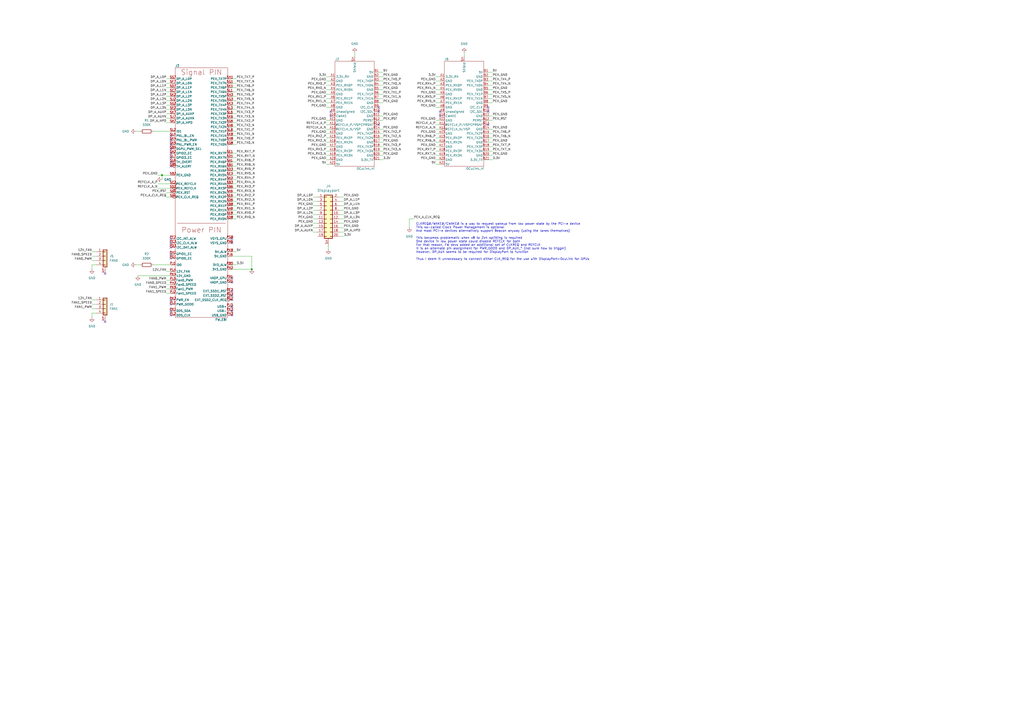
<source format=kicad_sch>
(kicad_sch (version 20230121) (generator eeschema)
  (paper "A2")
  (lib_symbols
    (symbol "Connector_Generic_Shielded:Conn_02x10_Odd_Even_Shielded" (pin_names (offset 1.016) hide)
      (property "Reference" "J" (at 1.524 12.446 0))
      (property "Value" "Conn_02x10_Odd_Even_Shielded" (at 2.286 -14.986 0))
      (symbol "Conn_02x10_Odd_Even_Shielded_1_1"
        (rectangle (start -1.27 11.43) (end 3.81 -13.97) (stroke (width 0.1524)))
        (rectangle (start -1.016 -12.573) (end 0.254 -12.827) (stroke (width 0.1524)))
        (rectangle (start -1.016 -10.033) (end 0.254 -10.287) (stroke (width 0.1524)))
        (rectangle (start -1.016 -7.493) (end 0.254 -7.747) (stroke (width 0.1524)))
        (rectangle (start -1.016 -4.953) (end 0.254 -5.207) (stroke (width 0.1524)))
        (rectangle (start -1.016 -2.413) (end 0.254 -2.667) (stroke (width 0.1524)))
        (rectangle (start -1.016 0.127) (end 0.254 -0.127) (stroke (width 0.1524)))
        (rectangle (start -1.016 2.667) (end 0.254 2.413) (stroke (width 0.1524)))
        (rectangle (start -1.016 5.207) (end 0.254 4.953) (stroke (width 0.1524)))
        (rectangle (start -1.016 7.747) (end 0.254 7.493) (stroke (width 0.1524)))
        (rectangle (start -1.016 10.287) (end 0.254 10.033) (stroke (width 0.1524)))
        (rectangle (start -1.016 11.176) (end 3.556 -13.716) (stroke (width 0.254)) (fill (type background)))
        (rectangle (start 3.556 -12.573) (end 2.286 -12.827) (stroke (width 0.1524)))
        (rectangle (start 3.556 -10.033) (end 2.286 -10.287) (stroke (width 0.1524)))
        (rectangle (start 3.556 -7.493) (end 2.286 -7.747) (stroke (width 0.1524)))
        (rectangle (start 3.556 -4.953) (end 2.286 -5.207) (stroke (width 0.1524)))
        (rectangle (start 3.556 -2.413) (end 2.286 -2.667) (stroke (width 0.1524)))
        (rectangle (start 3.556 0.127) (end 2.286 -0.127) (stroke (width 0.1524)))
        (rectangle (start 3.556 2.667) (end 2.286 2.413) (stroke (width 0.1524)))
        (rectangle (start 3.556 5.207) (end 2.286 4.953) (stroke (width 0.1524)))
        (rectangle (start 3.556 7.747) (end 2.286 7.493) (stroke (width 0.1524)))
        (rectangle (start 3.556 10.287) (end 2.286 10.033) (stroke (width 0.1524)))
        (pin passive line (at -5.08 10.16 0) (length 4.064) (name "Pin_1") (number "1"))
        (pin passive line (at 7.62 0 180) (length 4.064) (name "Pin_10") (number "10"))
        (pin passive line (at -5.08 -2.54 0) (length 4.064) (name "Pin_11") (number "11"))
        (pin passive line (at 7.62 -2.54 180) (length 4.064) (name "Pin_12") (number "12"))
        (pin passive line (at -5.08 -5.08 0) (length 4.064) (name "Pin_13") (number "13"))
        (pin passive line (at 7.62 -5.08 180) (length 4.064) (name "Pin_14") (number "14"))
        (pin passive line (at -5.08 -7.62 0) (length 4.064) (name "Pin_15") (number "15"))
        (pin passive line (at 7.62 -7.62 180) (length 4.064) (name "Pin_16") (number "16"))
        (pin passive line (at -5.08 -10.16 0) (length 4.064) (name "Pin_17") (number "17"))
        (pin passive line (at 7.62 -10.16 180) (length 4.064) (name "Pin_18") (number "18"))
        (pin passive line (at -5.08 -12.7 0) (length 4.064) (name "Pin_19") (number "19"))
        (pin passive line (at 7.62 10.16 180) (length 4.064) (name "Pin_2") (number "2"))
        (pin passive line (at 7.62 -12.7 180) (length 4.064) (name "Pin_20") (number "20"))
        (pin passive line (at -5.08 7.62 0) (length 4.064) (name "Pin_3") (number "3"))
        (pin passive line (at 7.62 7.62 180) (length 4.064) (name "Pin_4") (number "4"))
        (pin passive line (at -5.08 5.08 0) (length 4.064) (name "Pin_5") (number "5"))
        (pin passive line (at 7.62 5.08 180) (length 4.064) (name "Pin_6") (number "6"))
        (pin passive line (at -5.08 2.54 0) (length 4.064) (name "Pin_7") (number "7"))
        (pin passive line (at 7.62 2.54 180) (length 4.064) (name "Pin_8") (number "8"))
        (pin passive line (at -5.08 0 0) (length 4.064) (name "Pin_9") (number "9"))
        (pin passive line (at 1.27 -17.78 90) (length 3.81) (name "Shield") (number "SH"))
      )
    )
    (symbol "Device:R" (pin_numbers hide) (pin_names (offset 0))
      (property "Reference" "R" (at 2.032 0 90))
      (property "Value" "R" (at 0 0 90))
      (symbol "R_0_1"
        (rectangle (start -1.016 -2.54) (end 1.016 2.54) (stroke (width 0.254)))
      )
      (symbol "R_1_1"
        (pin passive line (at 0 3.81 270) (length 1.27) (name "~") (number "1"))
        (pin passive line (at 0 -3.81 90) (length 1.27) (name "~") (number "2"))
      )
    )
    (symbol "Expansion_Bay:FW_EBI"
      (property "Reference" "J" (at -15.24 92.71 0))
      (property "Value" "FW_EBI" (at 15.24 -57.15 0))
      (symbol "FW_EBI_0_0"
        (pin power_out line (at 17.78 -24.13 180) (length 2.54) (name "3V3_ALW") (number "PB5"))
        (pin unspecified line (at -17.78 -20.32 0) (length 2.54) (name "GPIO0_EC") (number "PG1"))
        (pin power_out line (at 17.78 -8.89 180) (length 2.54) (name "VSYS_GPU") (number "PG8"))
        (pin unspecified line (at -17.78 -17.78 0) (length 2.54) (name "GPIO1_EC") (number "PH1"))
        (pin output line (at -17.78 -35.56 0) (length 2.54) (name "Fan0_SPEED") (number "PH2"))
        (pin output line (at -17.78 -24.13 0) (length 2.54) (name "ID0") (number "PJ1"))
        (pin output line (at -17.78 -40.64 0) (length 2.54) (name "Fan1_SPEED") (number "PJ2"))
        (pin bidirectional line (at 17.78 -48.26 180) (length 2.54) (name "USB+") (number "PJ3"))
        (pin input line (at -17.78 -50.8 0) (length 2.54) (name "DDS_SDA") (number "PK1"))
        (pin bidirectional line (at 17.78 -50.8 180) (length 2.54) (name "USB-") (number "PK3"))
        (pin input line (at -17.78 -38.1 0) (length 2.54) (name "Fan1_PWM") (number "PK5"))
        (pin power_out line (at 17.78 -16.51 180) (length 2.54) (name "5V_ALW") (number "PK8"))
        (pin bidirectional line (at -17.78 -53.34 0) (length 2.54) (name "DDS_CLK") (number "PL2"))
        (pin power_out line (at -17.78 -27.94 0) (length 2.54) (name "12V_FAN") (number "PL4"))
        (pin input line (at -17.78 -33.02 0) (length 2.54) (name "Fan0_PWM") (number "PL5"))
        (pin output line (at 17.78 35.56 180) (length 2.54) (name "PEX_RX6P") (number "SA1"))
        (pin unspecified line (at -17.78 40.64 0) (length 2.54) (name "GPIO2_EC") (number "SA2"))
        (pin output line (at 17.78 25.4 180) (length 2.54) (name "PEX_RX4P") (number "SA3"))
        (pin output line (at 17.78 17.78 180) (length 2.54) (name "PEX_RX3N") (number "SA6"))
        (pin unspecified line (at -17.78 58.42 0) (length 2.54) (name "DP_A_HPD") (number "SA7"))
        (pin output line (at 17.78 7.62 180) (length 2.54) (name "PEX_RX1N") (number "SA8"))
        (pin output line (at 17.78 33.02 180) (length 2.54) (name "PEX_RX6N") (number "SB1"))
        (pin output line (at 17.78 22.86 180) (length 2.54) (name "PEX_RX4N") (number "SB3"))
        (pin unspecified line (at -17.78 43.18 0) (length 2.54) (name "DGPU_PWM_SEL") (number "SB4"))
        (pin output line (at 17.78 20.32 180) (length 2.54) (name "PEX_RX3P") (number "SB6"))
        (pin output line (at 17.78 10.16 180) (length 2.54) (name "PEX_RX1P") (number "SB8"))
        (pin output clock (at -17.78 22.86 0) (length 2.54) (name "PEX_REFCLK") (number "SC2"))
        (pin unspecified line (at -17.78 76.2 0) (length 2.54) (name "DP_A_L1N") (number "SC7"))
        (pin output line (at 17.78 38.1 180) (length 2.54) (name "PEX_RX7N") (number "SD1"))
        (pin output line (at 17.78 30.48 180) (length 2.54) (name "PEX_RX5P") (number "SD3"))
        (pin output line (at 17.78 12.7 180) (length 2.54) (name "PEX_RX2N") (number "SD6"))
        (pin unspecified line (at -17.78 78.74 0) (length 2.54) (name "DP_A_L1P") (number "SD7"))
        (pin output line (at 17.78 2.54 180) (length 2.54) (name "PEX_RX0N") (number "SD8"))
        (pin output line (at 17.78 40.64 180) (length 2.54) (name "PEX_RX7P") (number "SE1"))
        (pin output line (at 17.78 27.94 180) (length 2.54) (name "PEX_RX5N") (number "SE3"))
        (pin output line (at 17.78 15.24 180) (length 2.54) (name "PEX_RX2P") (number "SE6"))
        (pin output line (at 17.78 5.08 180) (length 2.54) (name "PEX_RX0P") (number "SE8"))
        (pin unspecified line (at -17.78 66.04 0) (length 2.54) (name "DP_A_L3N") (number "SF2"))
        (pin unspecified line (at -17.78 81.28 0) (length 2.54) (name "DP_A_L0N") (number "SF7"))
        (pin input line (at 17.78 81.28 180) (length 2.54) (name "PEX_TX7N") (number "SG1"))
        (pin unspecified line (at -17.78 68.58 0) (length 2.54) (name "DP_A_L3P") (number "SG2"))
        (pin input line (at 17.78 71.12 180) (length 2.54) (name "PEX_TX5N") (number "SG3"))
        (pin input line (at 17.78 58.42 180) (length 2.54) (name "PEX_TX2P") (number "SG6"))
        (pin unspecified line (at -17.78 83.82 0) (length 2.54) (name "DP_A_L0P") (number "SG7"))
        (pin input line (at 17.78 45.72 180) (length 2.54) (name "PEX_TX0N") (number "SG8"))
        (pin input line (at 17.78 83.82 180) (length 2.54) (name "PEX_TX7P") (number "SH1"))
        (pin input line (at 17.78 73.66 180) (length 2.54) (name "PEX_TX5P") (number "SH3"))
        (pin input line (at 17.78 55.88 180) (length 2.54) (name "PEX_TX2N") (number "SH6"))
        (pin input line (at 17.78 48.26 180) (length 2.54) (name "PEX_TX0P") (number "SH8"))
        (pin unspecified line (at -17.78 71.12 0) (length 2.54) (name "DP_A_L2N") (number "SJ2"))
        (pin unspecified line (at -17.78 60.96 0) (length 2.54) (name "DP_A_AUXN") (number "SJ7"))
        (pin input line (at 17.78 78.74 180) (length 2.54) (name "PEX_TX6P") (number "SK1"))
        (pin unspecified line (at -17.78 73.66 0) (length 2.54) (name "DP_A_L2P") (number "SK2"))
        (pin input line (at 17.78 68.58 180) (length 2.54) (name "PEX_TX4P") (number "SK3"))
        (pin unspecified line (at -17.78 48.26 0) (length 2.54) (name "PNL_BL_PWM") (number "SK4"))
        (pin unspecified line (at -17.78 45.72 0) (length 2.54) (name "PNL_PWR_EN") (number "SK5"))
        (pin input line (at 17.78 60.96 180) (length 2.54) (name "PEX_TX3N") (number "SK6"))
        (pin unspecified line (at -17.78 63.5 0) (length 2.54) (name "DP_A_AUXP") (number "SK7"))
        (pin input line (at 17.78 50.8 180) (length 2.54) (name "PEX_TX1N") (number "SK8"))
        (pin input line (at 17.78 76.2 180) (length 2.54) (name "PEX_TX6N") (number "SL1"))
        (pin unspecified line (at -17.78 53.34 0) (length 2.54) (name "ID1") (number "SL2"))
        (pin input line (at 17.78 66.04 180) (length 2.54) (name "PEX_TX4N") (number "SL3"))
        (pin unspecified line (at -17.78 50.8 0) (length 2.54) (name "PNL_BL_EN") (number "SL4"))
        (pin input line (at 17.78 63.5 180) (length 2.54) (name "PEX_TX3P") (number "SL6"))
        (pin unspecified line (at -17.78 38.1 0) (length 2.54) (name "GPIO3_EC") (number "SL7"))
        (pin input line (at 17.78 53.34 180) (length 2.54) (name "PEX_TX1P") (number "SL8"))
      )
      (symbol "FW_EBI_1_0"
        (pin unspecified line (at 17.78 -31.75 180) (length 2.54) (name "VADP_GPU") (number "PA1"))
        (pin unspecified line (at 17.78 -31.75 180) (length 2.54) hide (name "VADP_GPU") (number "PA2"))
        (pin power_out line (at 17.78 -26.67 180) (length 2.54) (name "3V3_GND") (number "PA3"))
        (pin power_out line (at 17.78 -24.13 180) (length 2.54) hide (name "3V3_ALW") (number "PA4"))
        (pin power_out line (at 17.78 -24.13 180) (length 2.54) hide (name "3V3_ALW") (number "PA5"))
        (pin power_out line (at 17.78 -11.43 180) (length 2.54) (name "VSYS_GND") (number "PA6"))
        (pin power_out line (at 17.78 -8.89 180) (length 2.54) hide (name "VSYS_GPU") (number "PA7"))
        (pin power_out line (at 17.78 -8.89 180) (length 2.54) hide (name "VSYS_GPU") (number "PA8"))
        (pin unspecified line (at 17.78 -31.75 180) (length 2.54) hide (name "VADP_GPU") (number "PB1"))
        (pin unspecified line (at 17.78 -31.75 180) (length 2.54) hide (name "VADP_GPU") (number "PB2"))
        (pin power_out line (at 17.78 -26.67 180) (length 2.54) hide (name "3V3_GND") (number "PB3"))
        (pin power_out line (at 17.78 -24.13 180) (length 2.54) hide (name "3V3_ALW") (number "PB4"))
        (pin power_out line (at 17.78 -11.43 180) (length 2.54) hide (name "VSYS_GND") (number "PB6"))
        (pin power_out line (at 17.78 -8.89 180) (length 2.54) hide (name "VSYS_GPU") (number "PB7"))
        (pin power_out line (at 17.78 -8.89 180) (length 2.54) hide (name "VSYS_GPU") (number "PB8"))
        (pin unspecified line (at 17.78 -31.75 180) (length 2.54) hide (name "VADP_GPU") (number "PC1"))
        (pin unspecified line (at 17.78 -31.75 180) (length 2.54) hide (name "VADP_GPU") (number "PC2"))
        (pin unspecified line (at -17.78 -11.43 0) (length 2.54) (name "I2C_CLK_ALW") (number "PC3"))
        (pin power_out line (at 17.78 -11.43 180) (length 2.54) hide (name "VSYS_GND") (number "PC6"))
        (pin power_out line (at 17.78 -8.89 180) (length 2.54) hide (name "VSYS_GPU") (number "PC7"))
        (pin power_out line (at 17.78 -8.89 180) (length 2.54) hide (name "VSYS_GPU") (number "PC8"))
        (pin unspecified line (at 17.78 -34.29 180) (length 2.54) (name "VADP_GND") (number "PD1"))
        (pin unspecified line (at 17.78 -34.29 180) (length 2.54) hide (name "VADP_GND") (number "PD2"))
        (pin unspecified line (at -17.78 -13.97 0) (length 2.54) (name "I2C_DAT_ALW") (number "PD3"))
        (pin power_out line (at 17.78 -11.43 180) (length 2.54) hide (name "VSYS_GND") (number "PD6"))
        (pin power_out line (at 17.78 -8.89 180) (length 2.54) hide (name "VSYS_GPU") (number "PD7"))
        (pin power_out line (at 17.78 -8.89 180) (length 2.54) hide (name "VSYS_GPU") (number "PD8"))
        (pin unspecified line (at 17.78 -34.29 180) (length 2.54) hide (name "VADP_GND") (number "PE1"))
        (pin unspecified line (at 17.78 -34.29 180) (length 2.54) hide (name "VADP_GND") (number "PE2"))
        (pin power_out line (at 17.78 -26.67 180) (length 2.54) hide (name "3V3_GND") (number "PE3"))
        (pin power_out line (at 17.78 -11.43 180) (length 2.54) hide (name "VSYS_GND") (number "PE6"))
        (pin power_out line (at 17.78 -8.89 180) (length 2.54) hide (name "VSYS_GPU") (number "PE7"))
        (pin power_out line (at 17.78 -8.89 180) (length 2.54) hide (name "VSYS_GPU") (number "PE8"))
        (pin unspecified line (at 17.78 -34.29 180) (length 2.54) hide (name "VADP_GND") (number "PF1"))
        (pin unspecified line (at -17.78 -8.89 0) (length 2.54) (name "I2C_INT_ALW") (number "PF2"))
        (pin bidirectional inverted (at 17.78 -39.37 180) (length 2.54) (name "EXT_SSD1_RST") (number "PF3"))
        (pin power_out line (at 17.78 -11.43 180) (length 2.54) hide (name "VSYS_GND") (number "PF6"))
        (pin power_out line (at 17.78 -8.89 180) (length 2.54) hide (name "VSYS_GPU") (number "PF7"))
        (pin power_out line (at 17.78 -8.89 180) (length 2.54) hide (name "VSYS_GPU") (number "PF8"))
        (pin bidirectional inverted (at 17.78 -44.45 180) (length 2.54) (name "EXT_SSD2_CLK_REQ") (number "PG2"))
        (pin bidirectional inverted (at 17.78 -41.91 180) (length 2.54) (name "EXT_SSD2_RST") (number "PG3"))
        (pin power_out line (at 17.78 -11.43 180) (length 2.54) hide (name "VSYS_GND") (number "PG6"))
        (pin power_out line (at 17.78 -8.89 180) (length 2.54) hide (name "VSYS_GPU") (number "PG7"))
        (pin power_out line (at 17.78 -53.34 180) (length 2.54) (name "USB_GND") (number "PH3"))
        (pin power_out line (at 17.78 -11.43 180) (length 2.54) hide (name "VSYS_GND") (number "PH6"))
        (pin power_out line (at 17.78 -11.43 180) (length 2.54) hide (name "VSYS_GND") (number "PH7"))
        (pin power_out line (at 17.78 -11.43 180) (length 2.54) hide (name "VSYS_GND") (number "PH8"))
        (pin power_out line (at 17.78 -19.05 180) (length 2.54) (name "5V_GND") (number "PJ6"))
        (pin power_out line (at 17.78 -11.43 180) (length 2.54) hide (name "VSYS_GND") (number "PJ7"))
        (pin power_out line (at 17.78 -11.43 180) (length 2.54) hide (name "VSYS_GND") (number "PJ8"))
        (pin output line (at -17.78 -44.45 0) (length 2.54) (name "PWR_EN") (number "PK2"))
        (pin power_out line (at -17.78 -30.48 0) (length 2.54) (name "12V_GND") (number "PK4"))
        (pin power_out line (at 17.78 -19.05 180) (length 2.54) hide (name "5V_GND") (number "PK6"))
        (pin power_out line (at 17.78 -16.51 180) (length 2.54) hide (name "5V_ALW") (number "PK7"))
        (pin output line (at -17.78 -46.99 0) (length 2.54) (name "PWR_GOOD") (number "PL1"))
        (pin power_out line (at 17.78 -53.34 180) (length 2.54) hide (name "USB_GND") (number "PL3"))
        (pin power_out line (at 17.78 -19.05 180) (length 2.54) hide (name "5V_GND") (number "PL6"))
        (pin power_out line (at 17.78 -16.51 180) (length 2.54) hide (name "5V_ALW") (number "PL7"))
        (pin power_out line (at 17.78 -16.51 180) (length 2.54) hide (name "5V_ALW") (number "PL8"))
        (pin output inverted_clock (at -17.78 15.24 0) (length 2.54) (name "PEX_CLK_REQ") (number "SA4"))
        (pin input inverted (at -17.78 17.78 0) (length 2.54) (name "PEX_RST") (number "SA5"))
        (pin bidirectional line (at -17.78 27.94 0) (length 2.54) (name "PEX_GND") (number "SB2"))
        (pin unspecified inverted (at -17.78 33.02 0) (length 2.54) (name "TH_ALERT") (number "SB5"))
        (pin bidirectional line (at -17.78 27.94 0) (length 2.54) hide (name "PEX_GND") (number "SB7"))
        (pin bidirectional line (at -17.78 27.94 0) (length 2.54) hide (name "PEX_GND") (number "SC1"))
        (pin bidirectional line (at -17.78 27.94 0) (length 2.54) hide (name "PEX_GND") (number "SC3"))
        (pin bidirectional line (at -17.78 27.94 0) (length 2.54) hide (name "PEX_GND") (number "SC6"))
        (pin bidirectional line (at -17.78 27.94 0) (length 2.54) hide (name "PEX_GND") (number "SC8"))
        (pin output inverted_clock (at -17.78 20.32 0) (length 2.54) (name "PEX_REFCLK") (number "SD2"))
        (pin bidirectional line (at -17.78 27.94 0) (length 2.54) hide (name "PEX_GND") (number "SE2"))
        (pin bidirectional line (at -17.78 27.94 0) (length 2.54) hide (name "PEX_GND") (number "SE7"))
        (pin bidirectional line (at -17.78 27.94 0) (length 2.54) hide (name "PEX_GND") (number "SF1"))
        (pin bidirectional line (at -17.78 27.94 0) (length 2.54) hide (name "PEX_GND") (number "SF3"))
        (pin bidirectional line (at -17.78 27.94 0) (length 2.54) hide (name "PEX_GND") (number "SF6"))
        (pin bidirectional line (at -17.78 27.94 0) (length 2.54) hide (name "PEX_GND") (number "SF8"))
        (pin bidirectional line (at -17.78 27.94 0) (length 2.54) hide (name "PEX_GND") (number "SH2"))
        (pin bidirectional line (at -17.78 27.94 0) (length 2.54) hide (name "PEX_GND") (number "SH7"))
        (pin bidirectional line (at -17.78 27.94 0) (length 2.54) hide (name "PEX_GND") (number "SJ1"))
        (pin bidirectional line (at -17.78 27.94 0) (length 2.54) hide (name "PEX_GND") (number "SJ3"))
        (pin bidirectional line (at -17.78 27.94 0) (length 2.54) hide (name "PEX_GND") (number "SJ6"))
        (pin bidirectional line (at -17.78 27.94 0) (length 2.54) hide (name "PEX_GND") (number "SJ8"))
        (pin unspecified inverted (at -17.78 35.56 0) (length 2.54) (name "TH_OVERT") (number "SL5"))
      )
      (symbol "FW_EBI_1_1"
        (rectangle (start -15.24 90.17) (end 15.24 -54.61))
        (polyline (pts (xy -13.97 0) (xy 13.97 0)))
        (text "Power PIN" (at 0 -3.81 0) (effects (font (size 3 3))))
        (text "Signal PIN" (at 0 87.63 0) (effects (font (size 3 3))))
      )
    )
    (symbol "Expansion_Bay:JST_SH_01x04" (pin_names (offset 1.016) hide)
      (property "Reference" "J" (at 0.254 4.826 0))
      (property "Value" "JST_SH_01x04" (at 1.016 -7.366 0))
      (symbol "JST_SH_01x04_1_1"
        (rectangle (start -1.27 3.81) (end 1.27 -6.35) (stroke (width 0.1524)))
        (rectangle (start -1.016 -4.953) (end 0.254 -5.207) (stroke (width 0.1524)))
        (rectangle (start -1.016 -2.413) (end 0.254 -2.667) (stroke (width 0.1524)))
        (rectangle (start -1.016 0.127) (end 0.254 -0.127) (stroke (width 0.1524)))
        (rectangle (start -1.016 2.667) (end 0.254 2.413) (stroke (width 0.1524)))
        (rectangle (start -1.016 3.556) (end 1.016 -6.096) (stroke (width 0.254)) (fill (type background)))
        (pin passive line (at -5.08 2.54 0) (length 4.064) (name "Pin_1") (number "1"))
        (pin passive line (at -5.08 0 0) (length 4.064) (name "Pin_2") (number "2"))
        (pin passive line (at -5.08 -2.54 0) (length 4.064) (name "Pin_3") (number "3"))
        (pin passive line (at -5.08 -5.08 0) (length 4.064) (name "Pin_4") (number "4"))
        (pin passive line (at 0 -10.16 90) (length 3.81) (name "Shield") (number "MP"))
      )
    )
    (symbol "Expansion_Bay:OCuLink_4i"
      (property "Reference" "J" (at -11.43 33.02 0))
      (property "Value" "OCuLink_4i" (at 11.43 -33.02 0))
      (symbol "OCuLink_4i_0_1"
        (rectangle (start -11.43 30.48) (end 11.43 -30.48))
        (rectangle (start -6.35 11.43) (end -6.35 11.43))
        (rectangle (start 13.97 13.97) (end 13.97 13.97))
      )
      (symbol "OCuLink_4i_1_0"
        (pin unspecified line (at 0 33.02 270) (length 2.54) (name "Shield") (number "SH"))
      )
      (symbol "OCuLink_4i_1_1"
        (pin power_in line (at -13.97 21.59 0) (length 2.54) (name "3.3V_RX") (number "A1"))
        (pin unspecified inverted (at -13.97 -1.27 0) (length 2.54) (name "CWAKE") (number "A10"))
        (pin unspecified line (at -13.97 -3.81 0) (length 2.54) (name "GND") (number "A11"))
        (pin unspecified clock (at -13.97 -6.35 0) (length 2.54) (name "REFCLK_P/VSP") (number "A12"))
        (pin unspecified inverted_clock (at -13.97 -8.89 0) (length 2.54) (name "REFCLK_N/VSP") (number "A13"))
        (pin unspecified line (at -13.97 -11.43 0) (length 2.54) (name "GND") (number "A14"))
        (pin bidirectional line (at -13.97 -13.97 0) (length 2.54) (name "PEX_RX2P") (number "A15"))
        (pin bidirectional line (at -13.97 -16.51 0) (length 2.54) (name "PEX_RX2N") (number "A16"))
        (pin unspecified line (at -13.97 -19.05 0) (length 2.54) (name "GND") (number "A17"))
        (pin bidirectional line (at -13.97 -21.59 0) (length 2.54) (name "PEX_RX3P") (number "A18"))
        (pin bidirectional line (at -13.97 -24.13 0) (length 2.54) (name "PEX_RX3N") (number "A19"))
        (pin unspecified line (at -13.97 19.05 0) (length 2.54) (name "GND") (number "A2"))
        (pin unspecified line (at -13.97 -26.67 0) (length 2.54) (name "GND") (number "A20"))
        (pin power_in line (at -13.97 -29.21 0) (length 2.54) (name "5V") (number "A21"))
        (pin bidirectional line (at -13.97 16.51 0) (length 2.54) (name "PEX_RX0P") (number "A3"))
        (pin bidirectional line (at -13.97 13.97 0) (length 2.54) (name "PEX_RX0N") (number "A4"))
        (pin unspecified line (at -13.97 11.43 0) (length 2.54) (name "GND") (number "A5"))
        (pin bidirectional line (at -13.97 8.89 0) (length 2.54) (name "PEX_RX1P") (number "A6"))
        (pin bidirectional line (at -13.97 6.35 0) (length 2.54) (name "PEX_RX1N") (number "A7"))
        (pin unspecified line (at -13.97 3.81 0) (length 2.54) (name "GND") (number "A8"))
        (pin unspecified line (at -13.97 1.27 0) (length 2.54) (name "Unassigned") (number "A9"))
        (pin power_in line (at 13.97 24.13 180) (length 2.54) (name "5V") (number "B1"))
        (pin bidirectional line (at 13.97 1.27 180) (length 2.54) (name "I2C_SDL") (number "B10"))
        (pin unspecified line (at 13.97 -1.27 180) (length 2.54) (name "GND") (number "B11"))
        (pin bidirectional inverted (at 13.97 -3.81 180) (length 2.54) (name "PERST") (number "B12"))
        (pin bidirectional inverted (at 13.97 -6.35 180) (length 2.54) (name "CPRSNT") (number "B13"))
        (pin unspecified line (at 13.97 -8.89 180) (length 2.54) (name "GND") (number "B14"))
        (pin bidirectional line (at 13.97 -11.43 180) (length 2.54) (name "PEX_TX2P") (number "B15"))
        (pin bidirectional line (at 13.97 -13.97 180) (length 2.54) (name "PEX_TX2N") (number "B16"))
        (pin unspecified line (at 13.97 -16.51 180) (length 2.54) (name "GND") (number "B17"))
        (pin bidirectional line (at 13.97 -19.05 180) (length 2.54) (name "PEX_TX3P") (number "B18"))
        (pin bidirectional line (at 13.97 -21.59 180) (length 2.54) (name "PEX_TX3N") (number "B19"))
        (pin unspecified line (at 13.97 21.59 180) (length 2.54) (name "GND") (number "B2"))
        (pin unspecified line (at 13.97 -24.13 180) (length 2.54) (name "GND") (number "B20"))
        (pin power_in line (at 13.97 -26.67 180) (length 2.54) (name "3.3V_TX") (number "B21"))
        (pin bidirectional line (at 13.97 19.05 180) (length 2.54) (name "PEX_TX0P") (number "B3"))
        (pin bidirectional line (at 13.97 16.51 180) (length 2.54) (name "PEX_TX0N") (number "B4"))
        (pin unspecified line (at 13.97 13.97 180) (length 2.54) (name "GND") (number "B5"))
        (pin bidirectional line (at 13.97 11.43 180) (length 2.54) (name "PEX_TX1P") (number "B6"))
        (pin bidirectional line (at 13.97 8.89 180) (length 2.54) (name "PEX_TX1N") (number "B7"))
        (pin unspecified line (at 13.97 6.35 180) (length 2.54) (name "GND") (number "B8"))
        (pin bidirectional line (at 13.97 3.81 180) (length 2.54) (name "I2C_CLK") (number "B9"))
      )
    )
    (symbol "OCuLink_4i_1"
      (property "Reference" "J" (at -11.43 33.02 0))
      (property "Value" "OCuLink_4i" (at 11.43 -33.02 0))
      (symbol "OCuLink_4i_1_0_1"
        (rectangle (start -11.43 30.48) (end 11.43 -30.48))
        (rectangle (start -6.35 11.43) (end -6.35 11.43))
        (rectangle (start 13.97 13.97) (end 13.97 13.97))
      )
      (symbol "OCuLink_4i_1_1_0"
        (pin unspecified line (at 0 33.02 270) (length 2.54) (name "Shield") (number "SH"))
      )
      (symbol "OCuLink_4i_1_1_1"
        (pin power_in line (at -13.97 21.59 0) (length 2.54) (name "3.3V_RX") (number "A1"))
        (pin unspecified inverted (at -13.97 -1.27 0) (length 2.54) (name "CWAKE") (number "A10"))
        (pin unspecified line (at -13.97 -3.81 0) (length 2.54) (name "GND") (number "A11"))
        (pin unspecified clock (at -13.97 -6.35 0) (length 2.54) (name "REFCLK_P/VSP") (number "A12"))
        (pin unspecified inverted_clock (at -13.97 -8.89 0) (length 2.54) (name "REFCLK_N/VSP") (number "A13"))
        (pin unspecified line (at -13.97 -11.43 0) (length 2.54) (name "GND") (number "A14"))
        (pin bidirectional line (at -13.97 -13.97 0) (length 2.54) (name "PEX_RX2P") (number "A15"))
        (pin bidirectional line (at -13.97 -16.51 0) (length 2.54) (name "PEX_RX2N") (number "A16"))
        (pin unspecified line (at -13.97 -19.05 0) (length 2.54) (name "GND") (number "A17"))
        (pin bidirectional line (at -13.97 -21.59 0) (length 2.54) (name "PEX_RX3P") (number "A18"))
        (pin bidirectional line (at -13.97 -24.13 0) (length 2.54) (name "PEX_RX3N") (number "A19"))
        (pin unspecified line (at -13.97 19.05 0) (length 2.54) (name "GND") (number "A2"))
        (pin unspecified line (at -13.97 -26.67 0) (length 2.54) (name "GND") (number "A20"))
        (pin power_in line (at -13.97 -29.21 0) (length 2.54) (name "5V") (number "A21"))
        (pin bidirectional line (at -13.97 16.51 0) (length 2.54) (name "PEX_RX0P") (number "A3"))
        (pin bidirectional line (at -13.97 13.97 0) (length 2.54) (name "PEX_RX0N") (number "A4"))
        (pin unspecified line (at -13.97 11.43 0) (length 2.54) (name "GND") (number "A5"))
        (pin bidirectional line (at -13.97 8.89 0) (length 2.54) (name "PEX_RX1P") (number "A6"))
        (pin bidirectional line (at -13.97 6.35 0) (length 2.54) (name "PEX_RX1N") (number "A7"))
        (pin unspecified line (at -13.97 3.81 0) (length 2.54) (name "GND") (number "A8"))
        (pin unspecified line (at -13.97 1.27 0) (length 2.54) (name "Unassigned") (number "A9"))
        (pin power_in line (at 13.97 24.13 180) (length 2.54) (name "5V") (number "B1"))
        (pin bidirectional line (at 13.97 1.27 180) (length 2.54) (name "I2C_SDL") (number "B10"))
        (pin unspecified line (at 13.97 -1.27 180) (length 2.54) (name "GND") (number "B11"))
        (pin bidirectional inverted (at 13.97 -3.81 180) (length 2.54) (name "PERST") (number "B12"))
        (pin bidirectional inverted (at 13.97 -6.35 180) (length 2.54) (name "CPRSNT") (number "B13"))
        (pin unspecified line (at 13.97 -8.89 180) (length 2.54) (name "GND") (number "B14"))
        (pin bidirectional line (at 13.97 -11.43 180) (length 2.54) (name "PEX_TX2P") (number "B15"))
        (pin bidirectional line (at 13.97 -13.97 180) (length 2.54) (name "PEX_TX2N") (number "B16"))
        (pin unspecified line (at 13.97 -16.51 180) (length 2.54) (name "GND") (number "B17"))
        (pin bidirectional line (at 13.97 -19.05 180) (length 2.54) (name "PEX_TX3P") (number "B18"))
        (pin bidirectional line (at 13.97 -21.59 180) (length 2.54) (name "PEX_TX3N") (number "B19"))
        (pin unspecified line (at 13.97 21.59 180) (length 2.54) (name "GND") (number "B2"))
        (pin unspecified line (at 13.97 -24.13 180) (length 2.54) (name "GND") (number "B20"))
        (pin power_in line (at 13.97 -26.67 180) (length 2.54) (name "3.3V_TX") (number "B21"))
        (pin bidirectional line (at 13.97 19.05 180) (length 2.54) (name "PEX_TX0P") (number "B3"))
        (pin bidirectional line (at 13.97 16.51 180) (length 2.54) (name "PEX_TX0N") (number "B4"))
        (pin unspecified line (at 13.97 13.97 180) (length 2.54) (name "GND") (number "B5"))
        (pin bidirectional line (at 13.97 11.43 180) (length 2.54) (name "PEX_TX1P") (number "B6"))
        (pin bidirectional line (at 13.97 8.89 180) (length 2.54) (name "PEX_TX1N") (number "B7"))
        (pin unspecified line (at 13.97 6.35 180) (length 2.54) (name "GND") (number "B8"))
        (pin bidirectional line (at 13.97 3.81 180) (length 2.54) (name "I2C_CLK") (number "B9"))
      )
    )
    (symbol "power:GND" (power) (pin_names (offset 0))
      (property "Value" "GND" (at 0 -3.81 0))
      (symbol "GND_0_1"
        (polyline (pts (xy 0 0) (xy 0 -1.27) (xy 1.27 -1.27) (xy 0 -2.54) (xy -1.27 -1.27) (xy 0 -1.27)))
      )
      (symbol "GND_1_1"
        (pin power_in line (at 0 0 270) (length 0) hide (name "GND") (number "1"))
      )
    )
  )
  (junction (at 93.98 101.6))
  (junction (at 146.05 156.21))
  (no_connect (at 99.06 86.36))
  (no_connect (at 134.62 138.43))
  (no_connect (at 99.06 81.28))
  (no_connect (at 99.06 140.97))
  (no_connect (at 99.06 88.9))
  (no_connect (at 60.96 186.69))
  (no_connect (at 134.62 163.83))
  (no_connect (at 99.06 143.51))
  (no_connect (at 99.06 176.53))
  (no_connect (at 255.27 64.77))
  (no_connect (at 255.27 67.31))
  (no_connect (at 99.06 78.74))
  (no_connect (at 191.77 64.77))
  (no_connect (at 99.06 147.32))
  (no_connect (at 134.62 177.8))
  (no_connect (at 134.62 171.45))
  (no_connect (at 283.21 72.39))
  (no_connect (at 99.06 83.82))
  (no_connect (at 134.62 161.29))
  (no_connect (at 99.06 93.98))
  (no_connect (at 99.06 96.52))
  (no_connect (at 99.06 173.99))
  (no_connect (at 191.77 67.31))
  (no_connect (at 134.62 182.88))
  (no_connect (at 134.62 180.34))
  (no_connect (at 134.62 168.91))
  (no_connect (at 99.06 138.43))
  (no_connect (at 219.71 62.23))
  (no_connect (at 219.71 64.77))
  (no_connect (at 99.06 182.88))
  (no_connect (at 134.62 140.97))
  (no_connect (at 134.62 173.99))
  (no_connect (at 283.21 64.77))
  (no_connect (at 60.96 158.75))
  (no_connect (at 283.21 62.23))
  (no_connect (at 99.06 91.44))
  (no_connect (at 219.71 72.39))
  (no_connect (at 99.06 180.34))
  (no_connect (at 99.06 149.86))
  (wire (pts (xy 189.23 95.25) (xy 191.77 95.25)))
  (wire (pts (xy 134.62 111.76) (xy 137.16 111.76)))
  (wire (pts (xy 134.62 68.58) (xy 137.16 68.58)))
  (wire (pts (xy 78.74 76.2) (xy 81.28 76.2)))
  (wire (pts (xy 283.21 41.91) (xy 285.75 41.91)))
  (wire (pts (xy 219.71 46.99) (xy 222.25 46.99)))
  (wire (pts (xy 190.5 142.24) (xy 190.5 144.78)))
  (wire (pts (xy 96.52 111.76) (xy 99.06 111.76)))
  (wire (pts (xy 219.71 54.61) (xy 222.25 54.61)))
  (wire (pts (xy 252.73 54.61) (xy 255.27 54.61)))
  (wire (pts (xy 189.23 90.17) (xy 191.77 90.17)))
  (wire (pts (xy 252.73 92.71) (xy 255.27 92.71)))
  (wire (pts (xy 96.52 63.5) (xy 99.06 63.5)))
  (wire (pts (xy 189.23 74.93) (xy 191.77 74.93)))
  (wire (pts (xy 283.21 82.55) (xy 285.75 82.55)))
  (wire (pts (xy 181.61 121.92) (xy 184.15 121.92)))
  (wire (pts (xy 283.21 87.63) (xy 285.75 87.63)))
  (wire (pts (xy 134.62 58.42) (xy 137.16 58.42)))
  (wire (pts (xy 146.05 148.59) (xy 146.05 156.21)))
  (wire (pts (xy 96.52 170.18) (xy 99.06 170.18)))
  (wire (pts (xy 88.9 153.67) (xy 99.06 153.67)))
  (wire (pts (xy 53.34 148.59) (xy 55.88 148.59)))
  (wire (pts (xy 252.73 46.99) (xy 255.27 46.99)))
  (wire (pts (xy 134.62 121.92) (xy 137.16 121.92)))
  (wire (pts (xy 252.73 85.09) (xy 255.27 85.09)))
  (wire (pts (xy 134.62 93.98) (xy 137.16 93.98)))
  (wire (pts (xy 134.62 53.34) (xy 137.16 53.34)))
  (wire (pts (xy 189.23 54.61) (xy 191.77 54.61)))
  (wire (pts (xy 134.62 45.72) (xy 137.16 45.72)))
  (wire (pts (xy 53.34 176.53) (xy 55.88 176.53)))
  (wire (pts (xy 53.34 179.07) (xy 55.88 179.07)))
  (wire (pts (xy 134.62 124.46) (xy 137.16 124.46)))
  (wire (pts (xy 53.34 156.21) (xy 53.34 153.67)))
  (wire (pts (xy 196.85 127) (xy 199.39 127)))
  (wire (pts (xy 134.62 96.52) (xy 137.16 96.52)))
  (wire (pts (xy 96.52 162.56) (xy 99.06 162.56)))
  (wire (pts (xy 189.23 80.01) (xy 191.77 80.01)))
  (wire (pts (xy 53.34 173.99) (xy 55.88 173.99)))
  (wire (pts (xy 96.52 45.72) (xy 99.06 45.72)))
  (wire (pts (xy 196.85 134.62) (xy 199.39 134.62)))
  (wire (pts (xy 189.23 85.09) (xy 191.77 85.09)))
  (wire (pts (xy 283.21 59.69) (xy 285.75 59.69)))
  (wire (pts (xy 237.49 127) (xy 237.49 132.08)))
  (wire (pts (xy 283.21 52.07) (xy 285.75 52.07)))
  (wire (pts (xy 96.52 60.96) (xy 99.06 60.96)))
  (wire (pts (xy 252.73 90.17) (xy 255.27 90.17)))
  (wire (pts (xy 91.44 101.6) (xy 93.98 101.6)))
  (wire (pts (xy 196.85 116.84) (xy 199.39 116.84)))
  (wire (pts (xy 134.62 114.3) (xy 137.16 114.3)))
  (wire (pts (xy 196.85 121.92) (xy 199.39 121.92)))
  (wire (pts (xy 219.71 92.71) (xy 222.25 92.71)))
  (wire (pts (xy 283.21 74.93) (xy 285.75 74.93)))
  (wire (pts (xy 196.85 132.08) (xy 199.39 132.08)))
  (wire (pts (xy 134.62 99.06) (xy 137.16 99.06)))
  (wire (pts (xy 53.34 151.13) (xy 55.88 151.13)))
  (wire (pts (xy 189.23 87.63) (xy 191.77 87.63)))
  (wire (pts (xy 219.71 52.07) (xy 222.25 52.07)))
  (wire (pts (xy 96.52 167.64) (xy 99.06 167.64)))
  (wire (pts (xy 53.34 181.61) (xy 55.88 181.61)))
  (wire (pts (xy 96.52 68.58) (xy 99.06 68.58)))
  (wire (pts (xy 96.52 55.88) (xy 99.06 55.88)))
  (wire (pts (xy 96.52 114.3) (xy 99.06 114.3)))
  (wire (pts (xy 134.62 76.2) (xy 137.16 76.2)))
  (wire (pts (xy 134.62 106.68) (xy 137.16 106.68)))
  (wire (pts (xy 283.21 57.15) (xy 285.75 57.15)))
  (wire (pts (xy 196.85 114.3) (xy 199.39 114.3)))
  (wire (pts (xy 53.34 146.05) (xy 55.88 146.05)))
  (wire (pts (xy 181.61 132.08) (xy 184.15 132.08)))
  (wire (pts (xy 252.73 80.01) (xy 255.27 80.01)))
  (wire (pts (xy 181.61 116.84) (xy 184.15 116.84)))
  (wire (pts (xy 269.24 30.48) (xy 269.24 33.02)))
  (wire (pts (xy 283.21 44.45) (xy 285.75 44.45)))
  (wire (pts (xy 189.23 44.45) (xy 191.77 44.45)))
  (wire (pts (xy 134.62 156.21) (xy 146.05 156.21)))
  (wire (pts (xy 252.73 59.69) (xy 255.27 59.69)))
  (wire (pts (xy 181.61 129.54) (xy 184.15 129.54)))
  (wire (pts (xy 134.62 109.22) (xy 137.16 109.22)))
  (wire (pts (xy 189.23 49.53) (xy 191.77 49.53)))
  (wire (pts (xy 189.23 82.55) (xy 191.77 82.55)))
  (wire (pts (xy 181.61 127) (xy 184.15 127)))
  (wire (pts (xy 134.62 101.6) (xy 137.16 101.6)))
  (wire (pts (xy 219.71 85.09) (xy 222.25 85.09)))
  (wire (pts (xy 283.21 80.01) (xy 285.75 80.01)))
  (wire (pts (xy 219.71 74.93) (xy 222.25 74.93)))
  (wire (pts (xy 240.03 127) (xy 237.49 127)))
  (wire (pts (xy 219.71 57.15) (xy 222.25 57.15)))
  (wire (pts (xy 134.62 50.8) (xy 137.16 50.8)))
  (wire (pts (xy 283.21 85.09) (xy 285.75 85.09)))
  (wire (pts (xy 252.73 95.25) (xy 255.27 95.25)))
  (wire (pts (xy 134.62 88.9) (xy 137.16 88.9)))
  (wire (pts (xy 53.34 184.15) (xy 53.34 181.61)))
  (wire (pts (xy 96.52 66.04) (xy 99.06 66.04)))
  (wire (pts (xy 134.62 48.26) (xy 137.16 48.26)))
  (wire (pts (xy 285.75 69.85) (xy 283.21 69.85)))
  (wire (pts (xy 134.62 83.82) (xy 137.16 83.82)))
  (wire (pts (xy 91.44 109.22) (xy 99.06 109.22)))
  (wire (pts (xy 283.21 92.71) (xy 285.75 92.71)))
  (wire (pts (xy 96.52 71.12) (xy 99.06 71.12)))
  (wire (pts (xy 134.62 71.12) (xy 137.16 71.12)))
  (wire (pts (xy 96.52 50.8) (xy 99.06 50.8)))
  (wire (pts (xy 134.62 119.38) (xy 137.16 119.38)))
  (wire (pts (xy 134.62 153.67) (xy 137.16 153.67)))
  (wire (pts (xy 252.73 69.85) (xy 255.27 69.85)))
  (wire (pts (xy 219.71 82.55) (xy 222.25 82.55)))
  (wire (pts (xy 189.23 46.99) (xy 191.77 46.99)))
  (wire (pts (xy 91.44 106.68) (xy 99.06 106.68)))
  (wire (pts (xy 96.52 165.1) (xy 99.06 165.1)))
  (wire (pts (xy 252.73 82.55) (xy 255.27 82.55)))
  (wire (pts (xy 96.52 48.26) (xy 99.06 48.26)))
  (wire (pts (xy 181.61 114.3) (xy 184.15 114.3)))
  (wire (pts (xy 181.61 119.38) (xy 184.15 119.38)))
  (wire (pts (xy 134.62 146.05) (xy 137.16 146.05)))
  (wire (pts (xy 196.85 124.46) (xy 199.39 124.46)))
  (wire (pts (xy 283.21 54.61) (xy 285.75 54.61)))
  (wire (pts (xy 96.52 53.34) (xy 99.06 53.34)))
  (wire (pts (xy 283.21 46.99) (xy 285.75 46.99)))
  (wire (pts (xy 96.52 157.48) (xy 99.06 157.48)))
  (wire (pts (xy 219.71 80.01) (xy 222.25 80.01)))
  (wire (pts (xy 196.85 129.54) (xy 199.39 129.54)))
  (wire (pts (xy 78.74 153.67) (xy 81.28 153.67)))
  (wire (pts (xy 205.74 30.48) (xy 205.74 33.02)))
  (wire (pts (xy 252.73 72.39) (xy 255.27 72.39)))
  (wire (pts (xy 134.62 148.59) (xy 146.05 148.59)))
  (wire (pts (xy 219.71 67.31) (xy 222.25 67.31)))
  (wire (pts (xy 283.21 67.31) (xy 285.75 67.31)))
  (wire (pts (xy 189.23 77.47) (xy 191.77 77.47)))
  (wire (pts (xy 134.62 127) (xy 137.16 127)))
  (wire (pts (xy 283.21 49.53) (xy 285.75 49.53)))
  (wire (pts (xy 219.71 49.53) (xy 222.25 49.53)))
  (wire (pts (xy 252.73 87.63) (xy 255.27 87.63)))
  (wire (pts (xy 219.71 44.45) (xy 222.25 44.45)))
  (wire (pts (xy 134.62 81.28) (xy 137.16 81.28)))
  (wire (pts (xy 134.62 55.88) (xy 137.16 55.88)))
  (wire (pts (xy 283.21 77.47) (xy 285.75 77.47)))
  (wire (pts (xy 189.23 62.23) (xy 191.77 62.23)))
  (wire (pts (xy 134.62 116.84) (xy 137.16 116.84)))
  (wire (pts (xy 219.71 90.17) (xy 222.25 90.17)))
  (wire (pts (xy 222.25 69.85) (xy 219.71 69.85)))
  (wire (pts (xy 219.71 87.63) (xy 222.25 87.63)))
  (wire (pts (xy 196.85 137.16) (xy 199.39 137.16)))
  (wire (pts (xy 93.98 101.6) (xy 93.98 104.14)))
  (wire (pts (xy 134.62 73.66) (xy 137.16 73.66)))
  (wire (pts (xy 134.62 91.44) (xy 137.16 91.44)))
  (wire (pts (xy 252.73 62.23) (xy 255.27 62.23)))
  (wire (pts (xy 134.62 63.5) (xy 137.16 63.5)))
  (wire (pts (xy 80.01 160.02) (xy 99.06 160.02)))
  (wire (pts (xy 96.52 58.42) (xy 99.06 58.42)))
  (wire (pts (xy 134.62 78.74) (xy 137.16 78.74)))
  (wire (pts (xy 189.23 57.15) (xy 191.77 57.15)))
  (wire (pts (xy 252.73 52.07) (xy 255.27 52.07)))
  (wire (pts (xy 196.85 119.38) (xy 199.39 119.38)))
  (wire (pts (xy 252.73 57.15) (xy 255.27 57.15)))
  (wire (pts (xy 181.61 134.62) (xy 184.15 134.62)))
  (wire (pts (xy 252.73 77.47) (xy 255.27 77.47)))
  (wire (pts (xy 134.62 104.14) (xy 137.16 104.14)))
  (wire (pts (xy 219.71 77.47) (xy 222.25 77.47)))
  (wire (pts (xy 283.21 90.17) (xy 285.75 90.17)))
  (wire (pts (xy 252.73 49.53) (xy 255.27 49.53)))
  (wire (pts (xy 252.73 44.45) (xy 255.27 44.45)))
  (wire (pts (xy 93.98 101.6) (xy 99.06 101.6)))
  (wire (pts (xy 181.61 124.46) (xy 184.15 124.46)))
  (wire (pts (xy 189.23 59.69) (xy 191.77 59.69)))
  (wire (pts (xy 189.23 69.85) (xy 191.77 69.85)))
  (wire (pts (xy 88.9 76.2) (xy 99.06 76.2)))
  (wire (pts (xy 252.73 74.93) (xy 255.27 74.93)))
  (wire (pts (xy 189.23 72.39) (xy 191.77 72.39)))
  (wire (pts (xy 189.23 92.71) (xy 191.77 92.71)))
  (wire (pts (xy 219.71 41.91) (xy 222.25 41.91)))
  (wire (pts (xy 189.23 52.07) (xy 191.77 52.07)))
  (wire (pts (xy 219.71 59.69) (xy 222.25 59.69)))
  (wire (pts (xy 134.62 60.96) (xy 137.16 60.96)))
  (wire (pts (xy 134.62 66.04) (xy 137.16 66.04)))
  (wire (pts (xy 53.34 153.67) (xy 55.88 153.67)))
  (text "CLKREQ#/WAKE#/CWAKE# is a way to request wakeup from low power state by the PCI-e device \nThis so-called Clock Power Management is optional\nAnd most PCI-e devices alternatively support Beacon anyway (using the lanes themselves)\n\nThis becomes problematic when x8 to 2x4 splitting is required\nOne device in low power state could disable REFCLK for both\nFor that reason, FW devs added an additional set of CLKREQ and REFCLK\nIt is an alternate pin assignment for PWR_GOOD and DP_AUX_* (not sure how to trigger)\nHowever, DP_AUX seems to be required for DisplayPort to function\n\nThus I deem it unnecessary to connect either CLK_REQ for the use with DisplayPort+OcuLink for GPUs" (at 241.3 151.13 0) (effects (font (size 1.27 1.27)) (justify left bottom)))
  (label "PEX_RX0_N" (at 189.23 52.07 180))
  (label "PEX_TX7_N" (at 137.16 48.26 0))
  (label "PEX_GND" (at 222.25 82.55 0))
  (label "PEX_RX7_P" (at 137.16 88.9 0))
  (label "12V_FAN" (at 53.34 173.99 180))
  (label "DP_A_L1P" (at 96.52 50.8 180))
  (label "REFCLK_A_N" (at 189.23 74.93 180))
  (label "PEX_RX2_N" (at 189.23 82.55 180))
  (label "PEX_TX6_N" (at 285.75 80.01 0))
  (label "3.3V" (at 285.75 92.71 0))
  (label "FAN0_SPEED" (at 96.52 165.1 180))
  (label "PEX_GND" (at 285.75 67.31 0))
  (label "PEX_TX3_N" (at 137.16 68.58 0))
  (label "PEX_TX5_N" (at 285.75 57.15 0))
  (label "PEX_GND" (at 189.23 85.09 180))
  (label "PEX_GND" (at 199.39 121.92 0))
  (label "FAN1_PWM" (at 53.34 179.07 180))
  (label "FAN1_SPEED" (at 96.52 170.18 180))
  (label "PEX_A_CLK_REQ" (at 240.03 127 0))
  (label "DP_A_HPD" (at 199.39 134.62 0))
  (label "DP_A_L1N" (at 96.52 53.34 180))
  (label "REFCLK_A_N" (at 252.73 74.93 180))
  (label "DP_A_L0N" (at 96.52 48.26 180))
  (label "PEX_GND" (at 252.73 54.61 180))
  (label "PEX_GND" (at 285.75 90.17 0))
  (label "REFCLK_A_P" (at 189.23 72.39 180))
  (label "PEX_RX7_P" (at 252.73 87.63 180))
  (label "PEX_GND" (at 189.23 46.99 180))
  (label "PEX_TX4_N" (at 285.75 49.53 0))
  (label "DP_A_L3P" (at 199.39 124.46 0))
  (label "DP_A_L0P" (at 181.61 114.3 180))
  (label "DP_A_L3P" (at 96.52 60.96 180))
  (label "3.3V" (at 252.73 44.45 180))
  (label "PEX_RX1_P" (at 137.16 119.38 0))
  (label "PEX_RX6_P" (at 137.16 93.98 0))
  (label "PEX_RST" (at 285.75 69.85 0))
  (label "PEX_RX6_P" (at 252.73 80.01 180))
  (label "PEX_TX0_P" (at 137.16 81.28 0))
  (label "PEX_TX4_P" (at 285.75 46.99 0))
  (label "PEX_TX4_P" (at 137.16 60.96 0))
  (label "PEX_RX4_N" (at 137.16 106.68 0))
  (label "REFCLK_A_N" (at 91.44 109.22 180))
  (label "PEX_TX6_P" (at 137.16 50.8 0))
  (label "PEX_TX2_P" (at 222.25 77.47 0))
  (label "PEX_TX1_P" (at 137.16 76.2 0))
  (label "PEX_TX7_P" (at 137.16 45.72 0))
  (label "FAN0_SPEED" (at 53.34 148.59 180))
  (label "PEX_RX1_P" (at 189.23 57.15 180))
  (label "PEX_RX5_N" (at 252.73 59.69 180))
  (label "DP_A_AUXP" (at 96.52 66.04 180))
  (label "PEX_GND" (at 181.61 127 180))
  (label "PEX_GND" (at 252.73 92.71 180))
  (label "PEX_RX6_N" (at 137.16 96.52 0))
  (label "PEX_GND" (at 285.75 44.45 0))
  (label "PEX_RX2_P" (at 137.16 114.3 0))
  (label "DP_A_AUXN" (at 96.52 68.58 180))
  (label "PEX_GND" (at 181.61 129.54 180))
  (label "DP_A_L1P" (at 199.39 116.84 0))
  (label "PEX_A_CLK_REQ" (at 96.52 114.3 180))
  (label "PEX_GND" (at 222.25 59.69 0))
  (label "PEX_RX4_N" (at 252.73 52.07 180))
  (label "PEX_RX3_N" (at 189.23 90.17 180))
  (label "PEX_GND" (at 252.73 62.23 180))
  (label "PEX_GND" (at 252.73 46.99 180))
  (label "5V" (at 252.73 95.25 180))
  (label "PEX_TX2_P" (at 137.16 71.12 0))
  (label "DP_A_L2P" (at 96.52 55.88 180))
  (label "5V" (at 285.75 41.91 0))
  (label "PEX_TX3_P" (at 137.16 66.04 0))
  (label "PEX_RX1_N" (at 189.23 59.69 180))
  (label "5V" (at 137.16 146.05 0))
  (label "PEX_RX0_N" (at 137.16 127 0))
  (label "DP_A_L3N" (at 199.39 127 0))
  (label "PEX_GND" (at 189.23 77.47 180))
  (label "12V_FAN" (at 96.52 157.48 180))
  (label "FAN0_PWM" (at 96.52 162.56 180))
  (label "DP_A_AUXN" (at 181.61 134.62 180))
  (label "PEX_RX7_N" (at 252.73 90.17 180))
  (label "PEX_TX5_N" (at 137.16 58.42 0))
  (label "PEX_GND" (at 199.39 114.3 0))
  (label "PEX_TX0_P" (at 222.25 46.99 0))
  (label "3.3V" (at 199.39 137.16 0))
  (label "PEX_TX0_N" (at 222.25 49.53 0))
  (label "3.3V" (at 189.23 44.45 180))
  (label "PEX_RST" (at 222.25 69.85 0))
  (label "FAN1_SPEED" (at 53.34 176.53 180))
  (label "PEX_TX1_N" (at 222.25 57.15 0))
  (label "DP_A_HPD" (at 96.52 71.12 180))
  (label "PEX_GND" (at 285.75 52.07 0))
  (label "PEX_RX5_P" (at 137.16 99.06 0))
  (label "FAN0_PWM" (at 53.34 151.13 180))
  (label "PEX_TX2_N" (at 222.25 80.01 0))
  (label "PEX_RX7_N" (at 137.16 91.44 0))
  (label "PEX_RX2_N" (at 137.16 116.84 0))
  (label "PEX_TX1_P" (at 222.25 54.61 0))
  (label "DP_A_L2N" (at 96.52 58.42 180))
  (label "PEX_TX2_N" (at 137.16 73.66 0))
  (label "5V" (at 189.23 95.25 180))
  (label "PEX_GND" (at 199.39 132.08 0))
  (label "PEX_TX5_P" (at 285.75 54.61 0))
  (label "PEX_RX4_P" (at 137.16 104.14 0))
  (label "PEX_RX3_P" (at 189.23 87.63 180))
  (label "PEX_GND" (at 189.23 62.23 180))
  (label "PEX_GND" (at 222.25 90.17 0))
  (label "PEX_TX3_P" (at 222.25 85.09 0))
  (label "PEX_GND" (at 222.25 67.31 0))
  (label "PEX_GND" (at 181.61 119.38 180))
  (label "5V" (at 222.25 41.91 0))
  (label "PEX_GND" (at 189.23 54.61 180))
  (label "3.3V" (at 137.16 153.67 0))
  (label "PEX_GND" (at 252.73 85.09 180))
  (label "PEX_TX3_N" (at 222.25 87.63 0))
  (label "REFCLK_A_P" (at 252.73 72.39 180))
  (label "PEX_GND" (at 252.73 69.85 180))
  (label "PEX_GND" (at 222.25 52.07 0))
  (label "PEX_GND" (at 199.39 129.54 0))
  (label "PEX_GND" (at 189.23 92.71 180))
  (label "PEX_GND" (at 285.75 82.55 0))
  (label "DP_A_L0P" (at 96.52 45.72 180))
  (label "REFCLK_A_P" (at 91.44 106.68 180))
  (label "PEX_TX7_N" (at 285.75 87.63 0))
  (label "PEX_RST" (at 96.52 111.76 180))
  (label "PEX_TX1_N" (at 137.16 78.74 0))
  (label "PEX_RX1_N" (at 137.16 121.92 0))
  (label "PEX_RX3_N" (at 137.16 111.76 0))
  (label "PEX_TX0_N" (at 137.16 83.82 0))
  (label "PEX_RX0_P" (at 189.23 49.53 180))
  (label "PEX_GND" (at 252.73 77.47 180))
  (label "PEX_GND" (at 189.23 69.85 180))
  (label "DP_A_L2N" (at 181.61 124.46 180))
  (label "PEX_TX6_P" (at 285.75 77.47 0))
  (label "PEX_RX3_P" (at 137.16 109.22 0))
  (label "PEX_GND" (at 91.44 101.6 180))
  (label "12V_FAN" (at 53.34 146.05 180))
  (label "PEX_RX5_N" (at 137.16 101.6 0))
  (label "PEX_RX2_P" (at 189.23 80.01 180))
  (label "PEX_TX6_N" (at 137.16 53.34 0))
  (label "DP_A_L3N" (at 96.52 63.5 180))
  (label "PEX_GND" (at 222.25 74.93 0))
  (label "PEX_RX6_N" (at 252.73 82.55 180))
  (label "PEX_GND" (at 285.75 59.69 0))
  (label "PEX_RX5_P" (at 252.73 57.15 180))
  (label "FAN1_PWM" (at 96.52 167.64 180))
  (label "PEX_RX0_P" (at 137.16 124.46 0))
  (label "3.3V" (at 222.25 92.71 0))
  (label "PEX_TX5_P" (at 137.16 55.88 0))
  (label "PEX_GND" (at 285.75 74.93 0))
  (label "PEX_TX4_N" (at 137.16 63.5 0))
  (label "DP_A_L1N" (at 199.39 119.38 0))
  (label "DP_A_AUXP" (at 181.61 132.08 180))
  (label "DP_A_L2P" (at 181.61 121.92 180))
  (label "PEX_GND" (at 222.25 44.45 0))
  (label "PEX_RX4_P" (at 252.73 49.53 180))
  (label "DP_A_L0N" (at 181.61 116.84 180))
  (label "PEX_TX7_P" (at 285.75 85.09 0))
  (symbol (lib_id "Device:R") (at 85.09 76.2 90) (unit 1)
    (property "Reference" "R1" (at 85.09 69.85 90))
    (property "Value" "330K" (at 85.09 72.39 90))
    (property "Footprint" "Resistor_SMD:R_0805_2012Metric" (effects hide))
  )
  (symbol (lib_id "Device:R") (at 85.09 153.67 90) (unit 1)
    (property "Reference" "R2" (at 85.09 147.32 90))
    (property "Value" "330K" (at 85.09 149.86 90))
    (property "Footprint" "Resistor_SMD:R_0805_2012Metric" (effects hide))
  )
  (symbol (lib_id "power:GND") (at 269.24 30.48 180) (unit 1)
    (property "Reference" "#PWR07" (effects hide))
    (property "Value" "GND" (at 269.24 25.4 0))
  )
  (symbol (lib_id "Expansion_Bay:OCuLink_4i") (at 269.24 66.04 0) (unit 1)
    (property "Reference" "J6" (at 259.08 34.29 0))
    (property "Value" "OCuLink_4i" (at 275.59 97.79 0))
    (property "Footprint" "Expansion_Bay:G14A421X11X1XHR" (effects hide))
  )
  (symbol (lib_id "power:GND") (at 53.34 156.21 0) (unit 1)
    (property "Reference" "#PWR012" (effects hide))
    (property "Value" "GND" (at 53.34 161.29 0))
  )
  (symbol (lib_id "power:GND") (at 146.05 156.21 0) (unit 1)
    (property "Reference" "#PWR03" (effects hide))
    (property "Value" "GND" (effects hide))
  )
  (symbol (lib_id "Expansion_Bay:JST_SH_01x04") (at 60.96 176.53 0) (unit 1)
    (property "Reference" "J1" (at 63.5 176.53 0) (effects (justify left)))
    (property "Value" "FAN1" (at 63.5 179.07 0) (effects (justify left)))
    (property "Footprint" "Expansion_Bay:MODFAN-Jushuo_AFC07-S06FCA-00_1x6-1MP_P0.50_Horizontal" (effects hide))
  )
  (symbol (lib_id "power:GND") (at 78.74 76.2 270) (unit 1)
    (property "Reference" "#PWR09" (effects hide))
    (property "Value" "GND" (at 74.93 76.2 90) (effects (justify right)))
  )
  (symbol (lib_id "power:GND") (at 205.74 30.48 180) (unit 1)
    (property "Reference" "#PWR06" (effects hide))
    (property "Value" "GND" (at 205.74 25.4 0))
  )
  (symbol (lib_id "power:GND") (at 53.34 184.15 0) (unit 1)
    (property "Reference" "#PWR013" (effects hide))
    (property "Value" "GND" (at 53.34 189.23 0))
  )
  (symbol (lib_id "power:GND") (at 80.01 160.02 0) (unit 1)
    (property "Reference" "#PWR01" (effects hide))
    (property "Value" "GND" (at 80.01 165.1 0))
  )
  (symbol (lib_id "power:GND") (at 190.5 144.78 0) (unit 1)
    (property "Reference" "#PWR08" (effects hide))
    (property "Value" "GND" (at 190.5 149.86 0))
  )
  (symbol (lib_name "OCuLink_4i_1") (lib_id "Expansion_Bay:OCuLink_4i") (at 205.74 66.04 0) (unit 1)
    (property "Reference" "J2" (at 195.58 34.29 0))
    (property "Value" "OCuLink_4i" (at 212.09 97.79 0))
    (property "Footprint" "Expansion_Bay:G14A421X11X1XHR" (effects hide))
  )
  (symbol (lib_id "Expansion_Bay:FW_EBI") (at 116.84 129.54 0) (unit 1)
    (property "Reference" "J3" (at 102.87 38.1 0))
    (property "Value" "FW_EBI" (at 128.27 185.42 0))
    (property "Footprint" "Expansion_Bay:2x74P FXBeam" (effects hide))
    (property "Datasheet" "https://github.com/FrameworkComputer/ExpansionBay/tree/main/Electrical" (effects hide))
  )
  (symbol (lib_id "power:GND") (at 78.74 153.67 270) (unit 1)
    (property "Reference" "#PWR011" (effects hide))
    (property "Value" "GND" (at 74.93 153.67 90) (effects (justify right)))
  )
  (symbol (lib_id "power:GND") (at 93.98 104.14 270) (unit 1)
    (property "Reference" "#PWR02" (effects hide))
    (property "Value" "GND" (at 95.25 104.14 90) (effects (justify left)))
  )
  (symbol (lib_id "Connector_Generic_Shielded:Conn_02x10_Odd_Even_Shielded") (at 189.23 124.46 0) (unit 1)
    (property "Reference" "J4" (at 190.5 107.95 0) (effects (font (size 1.524 1.524))))
    (property "Value" "Displayport" (at 190.5 110.49 0) (effects (font (size 1.524 1.524))))
    (property "Footprint" "Expansion_Bay:Common_DP_SMD_DIP" (effects hide))
    (property "Digi-Key_PN" "A99344-ND" (effects hide))
    (property "MPN" "2040210-1" (effects hide))
    (property "Category" "Connectors, Interconnects" (effects hide))
    (property "Family" "USB, DVI, HDMI Connectors" (effects hide))
    (property "DK_Datasheet_Link" "https://www.te.com/commerce/DocumentDelivery/DDEController?Action=srchrtrv&DocNm=2040210&DocType=Customer+Drawing&DocLang=Japanese" (effects hide))
    (property "DK_Detail_Page" "/product-detail/en/te-connectivity-amp-connectors/2040210-1/A99344-ND/1930791" (effects hide))
    (property "Description" "CONN RCP 1.1A DISPLAYPORT 20P RA" (effects hide))
    (property "Manufacturer" "TE Connectivity AMP Connectors" (effects hide))
    (property "Status" "Active NonStock" (effects hide))
  )
  (symbol (lib_id "Expansion_Bay:JST_SH_01x04") (at 60.96 148.59 0) (unit 1)
    (property "Reference" "J5" (at 63.5 148.59 0) (effects (justify left)))
    (property "Value" "FAN0" (at 63.5 151.13 0) (effects (justify left)))
    (property "Footprint" "Expansion_Bay:MODFAN-Jushuo_AFC07-S06FCA-00_1x6-1MP_P0.50_Horizontal" (effects hide))
  )
  (symbol (lib_id "power:GND") (at 237.49 132.08 0) (unit 1)
    (property "Reference" "#PWR010" (effects hide))
    (property "Value" "GND" (at 237.49 137.16 0))
  )
)
</source>
